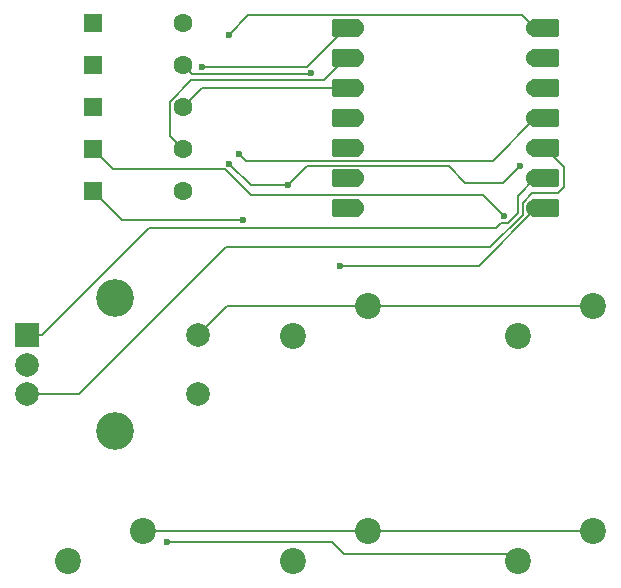
<source format=gbr>
%TF.GenerationSoftware,KiCad,Pcbnew,9.0.6*%
%TF.CreationDate,2026-01-21T20:04:43-06:00*%
%TF.ProjectId,test test,74657374-2074-4657-9374-2e6b69636164,rev?*%
%TF.SameCoordinates,Original*%
%TF.FileFunction,Copper,L1,Top*%
%TF.FilePolarity,Positive*%
%FSLAX46Y46*%
G04 Gerber Fmt 4.6, Leading zero omitted, Abs format (unit mm)*
G04 Created by KiCad (PCBNEW 9.0.6) date 2026-01-21 20:04:43*
%MOMM*%
%LPD*%
G01*
G04 APERTURE LIST*
G04 Aperture macros list*
%AMRoundRect*
0 Rectangle with rounded corners*
0 $1 Rounding radius*
0 $2 $3 $4 $5 $6 $7 $8 $9 X,Y pos of 4 corners*
0 Add a 4 corners polygon primitive as box body*
4,1,4,$2,$3,$4,$5,$6,$7,$8,$9,$2,$3,0*
0 Add four circle primitives for the rounded corners*
1,1,$1+$1,$2,$3*
1,1,$1+$1,$4,$5*
1,1,$1+$1,$6,$7*
1,1,$1+$1,$8,$9*
0 Add four rect primitives between the rounded corners*
20,1,$1+$1,$2,$3,$4,$5,0*
20,1,$1+$1,$4,$5,$6,$7,0*
20,1,$1+$1,$6,$7,$8,$9,0*
20,1,$1+$1,$8,$9,$2,$3,0*%
G04 Aperture macros list end*
%TA.AperFunction,ComponentPad*%
%ADD10RoundRect,0.250000X-0.550000X-0.550000X0.550000X-0.550000X0.550000X0.550000X-0.550000X0.550000X0*%
%TD*%
%TA.AperFunction,ComponentPad*%
%ADD11C,1.600000*%
%TD*%
%TA.AperFunction,ComponentPad*%
%ADD12R,2.000000X2.000000*%
%TD*%
%TA.AperFunction,ComponentPad*%
%ADD13C,2.000000*%
%TD*%
%TA.AperFunction,ComponentPad*%
%ADD14C,3.200000*%
%TD*%
%TA.AperFunction,ComponentPad*%
%ADD15C,2.200000*%
%TD*%
%TA.AperFunction,SMDPad,CuDef*%
%ADD16RoundRect,0.152400X1.063600X0.609600X-1.063600X0.609600X-1.063600X-0.609600X1.063600X-0.609600X0*%
%TD*%
%TA.AperFunction,ComponentPad*%
%ADD17C,1.524000*%
%TD*%
%TA.AperFunction,SMDPad,CuDef*%
%ADD18RoundRect,0.152400X-1.063600X-0.609600X1.063600X-0.609600X1.063600X0.609600X-1.063600X0.609600X0*%
%TD*%
%TA.AperFunction,ViaPad*%
%ADD19C,0.600000*%
%TD*%
%TA.AperFunction,Conductor*%
%ADD20C,0.200000*%
%TD*%
G04 APERTURE END LIST*
D10*
%TO.P,D5,1,K*%
%TO.N,Net-(D5-K)*%
X72100000Y-63800000D03*
D11*
%TO.P,D5,2,A*%
%TO.N,Net-(D5-A)*%
X79720000Y-63800000D03*
%TD*%
D12*
%TO.P,SW6,A,A*%
%TO.N,Net-(U1-GPIO2{slash}SCK)*%
X66462500Y-83106200D03*
D13*
%TO.P,SW6,B,B*%
%TO.N,Net-(U1-GPIO4{slash}MISO)*%
X66462500Y-88106200D03*
%TO.P,SW6,C,C*%
%TO.N,unconnected-(SW6-PadC)*%
X66462500Y-85606200D03*
D14*
%TO.P,SW6,MP*%
%TO.N,N/C*%
X73962500Y-80006200D03*
X73962500Y-91206200D03*
D13*
%TO.P,SW6,S1,S1*%
%TO.N,Net-(U1-GPIO3{slash}MOSI)*%
X80962500Y-88106200D03*
%TO.P,SW6,S2,S2*%
%TO.N,GND*%
X80962500Y-83106200D03*
%TD*%
D15*
%TO.P,SW4,1,1*%
%TO.N,GND*%
X114458800Y-99695000D03*
%TO.P,SW4,2,2*%
%TO.N,Net-(D4-K)*%
X108108800Y-102235000D03*
%TD*%
%TO.P,SW5,1,1*%
%TO.N,GND*%
X76358800Y-99695000D03*
%TO.P,SW5,2,2*%
%TO.N,Net-(D3-K)*%
X70008800Y-102235000D03*
%TD*%
D16*
%TO.P,U1,1,GPIO26/ADC0/A0*%
%TO.N,Net-(D7-A)*%
X93462500Y-57150000D03*
D17*
X94297500Y-57150000D03*
D16*
%TO.P,U1,2,GPIO27/ADC1/A1*%
%TO.N,Net-(D6-A)*%
X93462500Y-59690000D03*
D17*
X94297500Y-59690000D03*
D16*
%TO.P,U1,3,GPIO28/ADC2/A2*%
%TO.N,Net-(D5-A)*%
X93462500Y-62230000D03*
D17*
X94297500Y-62230000D03*
D16*
%TO.P,U1,4,GPIO29/ADC3/A3*%
%TO.N,Net-(D4-A)*%
X93462500Y-64770000D03*
D17*
X94297500Y-64770000D03*
D16*
%TO.P,U1,5,GPIO6/SDA*%
%TO.N,Net-(D3-A)*%
X93462500Y-67310000D03*
D17*
X94297500Y-67310000D03*
D16*
%TO.P,U1,6,GPIO7/SCL*%
%TO.N,unconnected-(U1-GPIO7{slash}SCL-Pad6)*%
X93462500Y-69850000D03*
D17*
X94297500Y-69850000D03*
D16*
%TO.P,U1,7,GPIO0/TX*%
%TO.N,unconnected-(U1-GPIO0{slash}TX-Pad7)*%
X93462500Y-72390000D03*
D17*
X94297500Y-72390000D03*
%TO.P,U1,8,GPIO1/RX*%
%TO.N,Net-(D1-DIN)*%
X109537500Y-72390000D03*
D18*
X110372500Y-72390000D03*
D17*
%TO.P,U1,9,GPIO2/SCK*%
%TO.N,Net-(U1-GPIO2{slash}SCK)*%
X109537500Y-69850000D03*
D18*
X110372500Y-69850000D03*
D17*
%TO.P,U1,10,GPIO4/MISO*%
%TO.N,Net-(U1-GPIO4{slash}MISO)*%
X109537500Y-67310000D03*
D18*
X110372500Y-67310000D03*
D17*
%TO.P,U1,11,GPIO3/MOSI*%
%TO.N,Net-(U1-GPIO3{slash}MOSI)*%
X109537500Y-64770000D03*
D18*
X110372500Y-64770000D03*
D17*
%TO.P,U1,12,3V3*%
%TO.N,unconnected-(U1-3V3-Pad12)*%
X109537500Y-62230000D03*
D18*
X110372500Y-62230000D03*
D17*
%TO.P,U1,13,GND*%
%TO.N,GND*%
X109537500Y-59690000D03*
D18*
X110372500Y-59690000D03*
D17*
%TO.P,U1,14,VBUS*%
%TO.N,+5V*%
X109537500Y-57150000D03*
D18*
X110372500Y-57150000D03*
%TD*%
D15*
%TO.P,SW1,1,1*%
%TO.N,GND*%
X95408800Y-80645000D03*
%TO.P,SW1,2,2*%
%TO.N,Net-(D7-K)*%
X89058800Y-83185000D03*
%TD*%
D10*
%TO.P,D6,1,K*%
%TO.N,Net-(D6-K)*%
X72100000Y-67350000D03*
D11*
%TO.P,D6,2,A*%
%TO.N,Net-(D6-A)*%
X79720000Y-67350000D03*
%TD*%
D10*
%TO.P,D4,1,K*%
%TO.N,Net-(D4-K)*%
X72100000Y-60250000D03*
D11*
%TO.P,D4,2,A*%
%TO.N,Net-(D4-A)*%
X79720000Y-60250000D03*
%TD*%
D15*
%TO.P,SW3,1,1*%
%TO.N,GND*%
X95408800Y-99695000D03*
%TO.P,SW3,2,2*%
%TO.N,Net-(D5-K)*%
X89058800Y-102235000D03*
%TD*%
D10*
%TO.P,D7,1,K*%
%TO.N,Net-(D7-K)*%
X72100000Y-70900000D03*
D11*
%TO.P,D7,2,A*%
%TO.N,Net-(D7-A)*%
X79720000Y-70900000D03*
%TD*%
D15*
%TO.P,SW2,1,1*%
%TO.N,GND*%
X114458800Y-80645000D03*
%TO.P,SW2,2,2*%
%TO.N,Net-(D6-K)*%
X108108800Y-83185000D03*
%TD*%
D10*
%TO.P,D3,1,K*%
%TO.N,Net-(D3-K)*%
X72100000Y-56700000D03*
D11*
%TO.P,D3,2,A*%
%TO.N,Net-(D3-A)*%
X79720000Y-56700000D03*
%TD*%
D19*
%TO.N,*%
X83619700Y-68583865D03*
X88600000Y-70400000D03*
X108200000Y-68800000D03*
%TO.N,Net-(D4-K)*%
X78310300Y-100649200D03*
%TO.N,Net-(D4-A)*%
X90546300Y-60932500D03*
%TO.N,+5V*%
X83583500Y-57679500D03*
%TO.N,Net-(D1-DIN)*%
X92954700Y-77217600D03*
%TO.N,Net-(D6-K)*%
X106884700Y-73004500D03*
%TO.N,Net-(D7-A)*%
X81319800Y-60430000D03*
%TO.N,Net-(D7-K)*%
X84821400Y-73342600D03*
%TO.N,Net-(U1-GPIO3{slash}MOSI)*%
X84485300Y-67803700D03*
%TD*%
D20*
%TO.N,*%
X83619700Y-68583865D02*
X85435835Y-70400000D01*
X85435835Y-70400000D02*
X88600000Y-70400000D01*
X106800000Y-70200000D02*
X108200000Y-68800000D01*
X102188200Y-68788200D02*
X103600000Y-70200000D01*
X103600000Y-70200000D02*
X106800000Y-70200000D01*
X90211800Y-68788200D02*
X102188200Y-68788200D01*
X88600000Y-70400000D02*
X90211800Y-68788200D01*
%TO.N,unconnected-(U1-GPIO0{slash}TX-Pad7)*%
X94297500Y-72390000D02*
X93462500Y-72390000D01*
%TO.N,Net-(D3-A)*%
X94297500Y-67310000D02*
X93462500Y-67310000D01*
%TO.N,unconnected-(U1-3V3-Pad12)*%
X110372500Y-62230000D02*
X109537500Y-62230000D01*
%TO.N,Net-(D4-K)*%
X78310300Y-100649200D02*
X92349500Y-100649200D01*
X92349500Y-100649200D02*
X93365300Y-101665000D01*
X93365300Y-101665000D02*
X107538800Y-101665000D01*
X107538800Y-101665000D02*
X108108800Y-102235000D01*
%TO.N,unconnected-(U1-GPIO7{slash}SCL-Pad6)*%
X93462500Y-69850000D02*
X94297500Y-69850000D01*
%TO.N,Net-(D4-A)*%
X80501800Y-61031800D02*
X79720000Y-60250000D01*
X90546300Y-60932500D02*
X90447000Y-61031800D01*
X94297500Y-64770000D02*
X93462500Y-64770000D01*
X90447000Y-61031800D02*
X80501800Y-61031800D01*
%TO.N,GND*%
X114458800Y-99695000D02*
X95408800Y-99695000D01*
X109537500Y-59690000D02*
X110372500Y-59690000D01*
X76358800Y-99695000D02*
X95408800Y-99695000D01*
X83423700Y-80645000D02*
X95408800Y-80645000D01*
X80962500Y-83106200D02*
X83423700Y-80645000D01*
X114458800Y-80645000D02*
X95408800Y-80645000D01*
%TO.N,+5V*%
X85241300Y-56021700D02*
X108409200Y-56021700D01*
X110372500Y-57150000D02*
X109537500Y-57150000D01*
X108409200Y-56021700D02*
X109537500Y-57150000D01*
X83583500Y-57679500D02*
X85241300Y-56021700D01*
%TO.N,Net-(D1-DIN)*%
X109537500Y-72390000D02*
X109537500Y-72467400D01*
X109537500Y-72467400D02*
X104787300Y-77217600D01*
X104787300Y-77217600D02*
X92954700Y-77217600D01*
X109537500Y-72390000D02*
X110372500Y-72390000D01*
%TO.N,Net-(D5-A)*%
X79720000Y-63800000D02*
X81290000Y-62230000D01*
X81290000Y-62230000D02*
X93462500Y-62230000D01*
X94297500Y-62230000D02*
X93462500Y-62230000D01*
%TO.N,Net-(D6-K)*%
X106884700Y-73061400D02*
X106884700Y-73004500D01*
X105098800Y-71275500D02*
X107026300Y-73202900D01*
X107026300Y-73202900D02*
X106884700Y-73061400D01*
X83217500Y-69029100D02*
X85463900Y-71275500D01*
X73779100Y-69029100D02*
X83217500Y-69029100D01*
X85463900Y-71275500D02*
X105098800Y-71275500D01*
X72100000Y-67350000D02*
X73779100Y-69029100D01*
%TO.N,Net-(D6-A)*%
X78584900Y-63333900D02*
X80384600Y-61534200D01*
X80384600Y-61534200D02*
X91618300Y-61534200D01*
X79720000Y-67350000D02*
X78584900Y-66214900D01*
X94297500Y-59690000D02*
X93462500Y-59690000D01*
X78584900Y-66214900D02*
X78584900Y-63333900D01*
X91618300Y-61534200D02*
X93462500Y-59690000D01*
%TO.N,Net-(D7-A)*%
X93462500Y-57150000D02*
X90182500Y-60430000D01*
X90182500Y-60430000D02*
X81319800Y-60430000D01*
X94297500Y-57150000D02*
X93462500Y-57150000D01*
%TO.N,Net-(D7-K)*%
X84821400Y-73342600D02*
X74542600Y-73342600D01*
X74542600Y-73342600D02*
X72100000Y-70900000D01*
%TO.N,Net-(U1-GPIO4{slash}MISO)*%
X111937700Y-70602000D02*
X111419400Y-71120300D01*
X105735200Y-75630000D02*
X83338700Y-75630000D01*
X108460400Y-71951200D02*
X108460400Y-72904800D01*
X110372500Y-67310000D02*
X111937700Y-68875200D01*
X108460400Y-72904800D02*
X105735200Y-75630000D01*
X83338700Y-75630000D02*
X70862500Y-88106200D01*
X111419400Y-71120300D02*
X109291300Y-71120300D01*
X109537500Y-67310000D02*
X110372500Y-67310000D01*
X70862500Y-88106200D02*
X66462500Y-88106200D01*
X111937700Y-68875200D02*
X111937700Y-70602000D01*
X109291300Y-71120300D02*
X108460400Y-71951200D01*
%TO.N,Net-(U1-GPIO3{slash}MOSI)*%
X105920300Y-68387200D02*
X85068800Y-68387200D01*
X109537500Y-64770000D02*
X105920300Y-68387200D01*
X110372500Y-64770000D02*
X109537500Y-64770000D01*
X85068800Y-68387200D02*
X84485300Y-67803700D01*
%TO.N,Net-(U1-GPIO2{slash}SCK)*%
X76862400Y-74008000D02*
X67764200Y-83106200D01*
X106380500Y-73841700D02*
X106214200Y-74008000D01*
X108058700Y-71328800D02*
X108058700Y-72738500D01*
X66462500Y-83106200D02*
X67764200Y-83106200D01*
X106214200Y-74008000D02*
X76862400Y-74008000D01*
X106380500Y-73841700D02*
X106214200Y-74008000D01*
X109537500Y-69850000D02*
X110372500Y-69850000D01*
X109537500Y-69850000D02*
X108058700Y-71328800D01*
X108058700Y-72738500D02*
X107190900Y-73606300D01*
X106615900Y-73606300D02*
X106380500Y-73841700D01*
X107190900Y-73606300D02*
X106615900Y-73606300D01*
%TD*%
M02*

</source>
